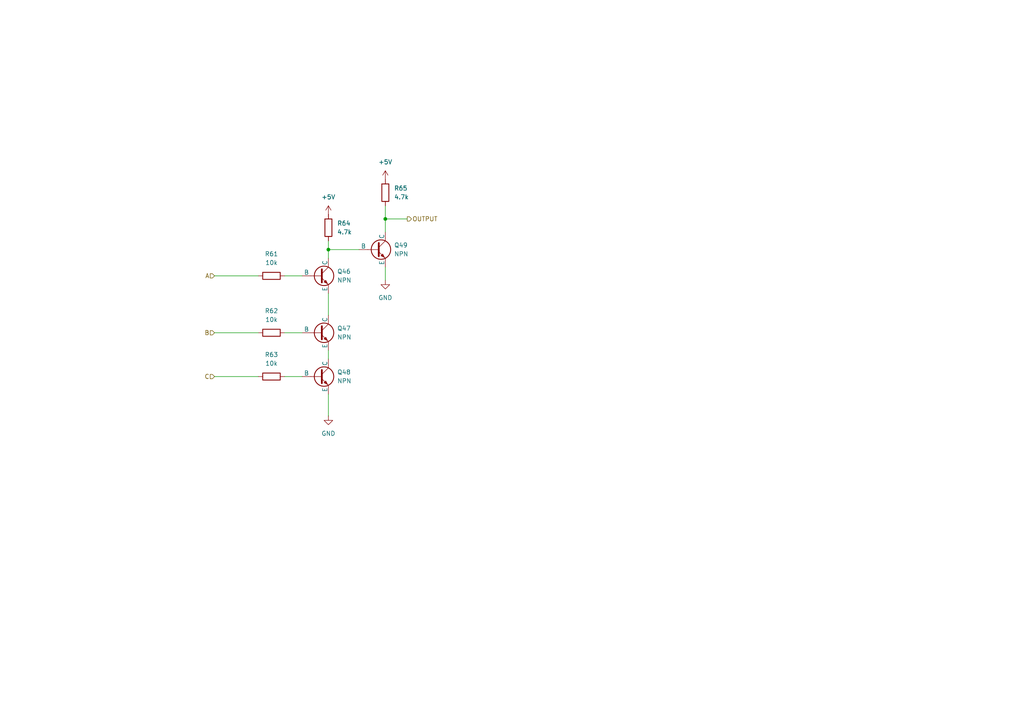
<source format=kicad_sch>
(kicad_sch (version 20231120) (generator "eeschema") (generator_version "8.0")
  (paper "A4")
  (lib_symbols
    (symbol "Device:R" (pin_numbers hide) (pin_names (offset 0))
      (property "Reference" "R" (at 2.032 0 90))
      (property "Value" "R" (at 0 0 90))
      (symbol "R_0_1"
        (rectangle (start -1.016 -2.54) (end 1.016 2.54) (stroke (width 0.254)))
      )
      (symbol "R_1_1"
        (pin passive line (at 0 3.81 270) (length 1.27) (name "~") (number "1"))
        (pin passive line (at 0 -3.81 90) (length 1.27) (name "~") (number "2"))
      )
    )
    (symbol "Simulation_SPICE:NPN" (pin_numbers hide) (pin_names (offset 0))
      (property "Reference" "Q" (at -2.54 7.62 0))
      (property "Value" "NPN" (at -2.54 5.08 0))
      (symbol "NPN_0_1"
        (polyline (pts (xy -2.54 0) (xy 0.635 0)) (stroke (width 0.1524)))
        (polyline (pts (xy 0.635 0.635) (xy 2.54 2.54)))
        (polyline (pts (xy 2.794 -1.27) (xy 2.794 -1.27)) (stroke (width 0.1524)))
        (polyline (pts (xy 2.794 -1.27) (xy 2.794 -1.27)) (stroke (width 0.1524)))
        (polyline (pts (xy 0.635 -0.635) (xy 2.54 -2.54) (xy 2.54 -2.54)))
        (polyline (pts (xy 0.635 1.905) (xy 0.635 -1.905) (xy 0.635 -1.905)) (stroke (width 0.508)))
        (polyline (pts (xy 1.27 -1.778) (xy 1.778 -1.27) (xy 2.286 -2.286) (xy 1.27 -1.778) (xy 1.27 -1.778)) (fill (type outline)))
        (circle (center 1.27 0) (radius 2.8194) (stroke (width 0.254)))
      )
      (symbol "NPN_1_1"
        (pin open_collector line (at 2.54 5.08 270) (length 2.54) (name "C") (number "1"))
        (pin input line (at -5.08 0 0) (length 2.54) (name "B") (number "2"))
        (pin open_emitter line (at 2.54 -5.08 90) (length 2.54) (name "E") (number "3"))
      )
    )
    (symbol "power:+5V" (power) (pin_numbers hide) (pin_names (offset 0) hide)
      (property "Value" "+5V" (at 0 3.556 0))
      (symbol "+5V_0_1"
        (polyline (pts (xy -0.762 1.27) (xy 0 2.54)))
        (polyline (pts (xy 0 0) (xy 0 2.54)))
        (polyline (pts (xy 0 2.54) (xy 0.762 1.27)))
      )
      (symbol "+5V_1_1"
        (pin power_in line (at 0 0 90) (length 0) (name "~") (number "1"))
      )
    )
    (symbol "power:GND" (power) (pin_numbers hide) (pin_names (offset 0) hide)
      (property "Value" "GND" (at 0 -3.81 0))
      (symbol "GND_0_1"
        (polyline (pts (xy 0 0) (xy 0 -1.27) (xy 1.27 -1.27) (xy 0 -2.54) (xy -1.27 -1.27) (xy 0 -1.27)))
      )
      (symbol "GND_1_1"
        (pin power_in line (at 0 0 270) (length 0) (name "~") (number "1"))
      )
    )
  )
  (junction (at 111.76 63.5))
  (junction (at 95.25 72.39))
  (wire (pts (xy 62.23 80.01) (xy 74.93 80.01)))
  (wire (pts (xy 111.76 59.69) (xy 111.76 63.5)))
  (wire (pts (xy 111.76 63.5) (xy 118.11 63.5)))
  (wire (pts (xy 95.25 72.39) (xy 104.14 72.39)))
  (wire (pts (xy 95.25 85.09) (xy 95.25 91.44)))
  (wire (pts (xy 95.25 69.85) (xy 95.25 72.39)))
  (wire (pts (xy 95.25 114.3) (xy 95.25 120.65)))
  (wire (pts (xy 95.25 72.39) (xy 95.25 74.93)))
  (wire (pts (xy 111.76 77.47) (xy 111.76 81.28)))
  (wire (pts (xy 82.55 80.01) (xy 87.63 80.01)))
  (wire (pts (xy 62.23 109.22) (xy 74.93 109.22)))
  (wire (pts (xy 111.76 63.5) (xy 111.76 67.31)))
  (wire (pts (xy 95.25 101.6) (xy 95.25 104.14)))
  (wire (pts (xy 82.55 109.22) (xy 87.63 109.22)))
  (wire (pts (xy 82.55 96.52) (xy 87.63 96.52)))
  (wire (pts (xy 62.23 96.52) (xy 74.93 96.52)))
  (hierarchical_label "B" (shape input) (at 62.23 96.52 180))
  (hierarchical_label "C" (shape input) (at 62.23 109.22 180))
  (hierarchical_label "A" (shape input) (at 62.23 80.01 180))
  (hierarchical_label "OUTPUT" (shape output) (at 118.11 63.5 0))
  (symbol (lib_id "Simulation_SPICE:NPN") (at 109.22 72.39 0) (unit 1)
    (property "Reference" "Q49" (at 114.3 71.1199 0) (effects (justify left)))
    (property "Value" "NPN" (at 114.3 73.6599 0) (effects (justify left)))
    (property "Footprint" "SOT-23-3_L2.9-W1.6-P1.90-LS2.8-BR:SOT-23-3_L2.9-W1.6-P1.90-LS2.8-BR" (effects (hide yes)))
    (property "Datasheet" "https://ngspice.sourceforge.io/docs/ngspice-html-manual/manual.xhtml#cha_BJTs" (effects (hide yes)))
    (property "Description" "Bipolar transistor symbol for simulation only, substrate tied to the emitter" (effects (hide yes)))
    (property "Sim.Device" "NPN" (effects (hide yes)))
    (property "Sim.Type" "GUMMELPOON" (effects (hide yes)))
    (property "Sim.Pins" "1=C 2=B 3=E" (effects (hide yes)))
    (instances (project "control-unit" (path "" (reference "Q49") (unit 1)) (path "" (reference "Q19") (unit 1)) (path "" (reference "Q7") (unit 1)) (path "" (reference "Q11") (unit 1)) (path "" (reference "Q27") (unit 1)) (path "" (reference "Q45") (unit 1)) (path "" (reference "Q37") (unit 1)) (path "" (reference "Q15") (unit 1)) (path "" (reference "Q41") (unit 1)) (path "" (reference "Q67") (unit 1))))
  )
  (symbol (lib_id "power:GND") (at 111.76 81.28 0) (unit 1)
    (property "Reference" "#PWR063" (effects (hide yes)))
    (property "Value" "GND" (at 111.76 86.36 0))
    (property "Description" "Power symbol creates a global label with name \"GND\" , ground" (effects (hide yes)))
    (instances (project "control-unit" (path "" (reference "#PWR063") (unit 1)) (path "" (reference "#PWR024") (unit 1)) (path "" (reference "#PWR012") (unit 1)) (path "" (reference "#PWR016") (unit 1)) (path "" (reference "#PWR036") (unit 1)) (path "" (reference "#PWR059") (unit 1)) (path "" (reference "#PWR051") (unit 1)) (path "" (reference "#PWR020") (unit 1)) (path "" (reference "#PWR055") (unit 1)) (path "" (reference "#PWR079") (unit 1))))
  )
  (symbol (lib_id "Device:R") (at 78.74 109.22 90) (unit 1)
    (property "Reference" "R63" (at 78.74 102.87 90))
    (property "Value" "10k" (at 78.74 105.41 90))
    (property "Footprint" "R0603:R0603" (effects (hide yes)))
    (property "Description" "Resistor" (effects (hide yes)))
    (instances (project "control-unit" (path "" (reference "R63") (unit 1)) (path "" (reference "R22") (unit 1)) (path "" (reference "R7") (unit 1)) (path "" (reference "R12") (unit 1)) (path "" (reference "R35") (unit 1)) (path "" (reference "R58") (unit 1)) (path "" (reference "R48") (unit 1)) (path "" (reference "R17") (unit 1)) (path "" (reference "R53") (unit 1)) (path "" (reference "R85") (unit 1))))
  )
  (symbol (lib_id "power:GND") (at 95.25 120.65 0) (unit 1)
    (property "Reference" "#PWR061" (effects (hide yes)))
    (property "Value" "GND" (at 95.25 125.73 0))
    (property "Description" "Power symbol creates a global label with name \"GND\" , ground" (effects (hide yes)))
    (instances (project "control-unit" (path "" (reference "#PWR061") (unit 1)) (path "" (reference "#PWR022") (unit 1)) (path "" (reference "#PWR010") (unit 1)) (path "" (reference "#PWR014") (unit 1)) (path "" (reference "#PWR034") (unit 1)) (path "" (reference "#PWR057") (unit 1)) (path "" (reference "#PWR049") (unit 1)) (path "" (reference "#PWR018") (unit 1)) (path "" (reference "#PWR053") (unit 1)) (path "" (reference "#PWR077") (unit 1))))
  )
  (symbol (lib_id "Device:R") (at 78.74 96.52 90) (unit 1)
    (property "Reference" "R62" (at 78.74 90.17 90))
    (property "Value" "10k" (at 78.74 92.71 90))
    (property "Footprint" "R0603:R0603" (effects (hide yes)))
    (property "Description" "Resistor" (effects (hide yes)))
    (instances (project "control-unit" (path "" (reference "R62") (unit 1)) (path "" (reference "R21") (unit 1)) (path "" (reference "R6") (unit 1)) (path "" (reference "R11") (unit 1)) (path "" (reference "R34") (unit 1)) (path "" (reference "R57") (unit 1)) (path "" (reference "R47") (unit 1)) (path "" (reference "R16") (unit 1)) (path "" (reference "R52") (unit 1)) (path "" (reference "R84") (unit 1))))
  )
  (symbol (lib_id "Device:R") (at 111.76 55.88 180) (unit 1)
    (property "Reference" "R65" (at 114.3 54.6099 0) (effects (justify right)))
    (property "Value" "4.7k" (at 114.3 57.1499 0) (effects (justify right)))
    (property "Footprint" "R0603:R0603" (effects (hide yes)))
    (property "Description" "Resistor" (effects (hide yes)))
    (instances (project "control-unit" (path "" (reference "R65") (unit 1)) (path "" (reference "R24") (unit 1)) (path "" (reference "R9") (unit 1)) (path "" (reference "R14") (unit 1)) (path "" (reference "R37") (unit 1)) (path "" (reference "R60") (unit 1)) (path "" (reference "R50") (unit 1)) (path "" (reference "R19") (unit 1)) (path "" (reference "R55") (unit 1)) (path "" (reference "R87") (unit 1))))
  )
  (symbol (lib_id "Device:R") (at 78.74 80.01 90) (unit 1)
    (property "Reference" "R61" (at 78.74 73.66 90))
    (property "Value" "10k" (at 78.74 76.2 90))
    (property "Footprint" "R0603:R0603" (effects (hide yes)))
    (property "Description" "Resistor" (effects (hide yes)))
    (instances (project "control-unit" (path "" (reference "R61") (unit 1)) (path "" (reference "R20") (unit 1)) (path "" (reference "R5") (unit 1)) (path "" (reference "R10") (unit 1)) (path "" (reference "R33") (unit 1)) (path "" (reference "R56") (unit 1)) (path "" (reference "R46") (unit 1)) (path "" (reference "R15") (unit 1)) (path "" (reference "R51") (unit 1)) (path "" (reference "R83") (unit 1))))
  )
  (symbol (lib_id "Device:R") (at 95.25 66.04 180) (unit 1)
    (property "Reference" "R64" (at 97.79 64.7699 0) (effects (justify right)))
    (property "Value" "4.7k" (at 97.79 67.3099 0) (effects (justify right)))
    (property "Footprint" "R0603:R0603" (effects (hide yes)))
    (property "Description" "Resistor" (effects (hide yes)))
    (instances (project "control-unit" (path "" (reference "R64") (unit 1)) (path "" (reference "R23") (unit 1)) (path "" (reference "R8") (unit 1)) (path "" (reference "R13") (unit 1)) (path "" (reference "R36") (unit 1)) (path "" (reference "R59") (unit 1)) (path "" (reference "R49") (unit 1)) (path "" (reference "R18") (unit 1)) (path "" (reference "R54") (unit 1)) (path "" (reference "R86") (unit 1))))
  )
  (symbol (lib_id "power:+5V") (at 111.76 52.07 0) (unit 1)
    (property "Reference" "#PWR062" (effects (hide yes)))
    (property "Value" "+5V" (at 111.76 46.99 0))
    (property "Description" "Power symbol creates a global label with name \"+5V\"" (effects (hide yes)))
    (instances (project "control-unit" (path "" (reference "#PWR062") (unit 1)) (path "" (reference "#PWR023") (unit 1)) (path "" (reference "#PWR011") (unit 1)) (path "" (reference "#PWR015") (unit 1)) (path "" (reference "#PWR035") (unit 1)) (path "" (reference "#PWR058") (unit 1)) (path "" (reference "#PWR050") (unit 1)) (path "" (reference "#PWR019") (unit 1)) (path "" (reference "#PWR054") (unit 1)) (path "" (reference "#PWR078") (unit 1))))
  )
  (symbol (lib_id "Simulation_SPICE:NPN") (at 92.71 80.01 0) (unit 1)
    (property "Reference" "Q46" (at 97.79 78.7399 0) (effects (justify left)))
    (property "Value" "NPN" (at 97.79 81.2799 0) (effects (justify left)))
    (property "Footprint" "SOT-23-3_L2.9-W1.6-P1.90-LS2.8-BR:SOT-23-3_L2.9-W1.6-P1.90-LS2.8-BR" (effects (hide yes)))
    (property "Datasheet" "https://ngspice.sourceforge.io/docs/ngspice-html-manual/manual.xhtml#cha_BJTs" (effects (hide yes)))
    (property "Description" "Bipolar transistor symbol for simulation only, substrate tied to the emitter" (effects (hide yes)))
    (property "Sim.Device" "NPN" (effects (hide yes)))
    (property "Sim.Type" "GUMMELPOON" (effects (hide yes)))
    (property "Sim.Pins" "1=C 2=B 3=E" (effects (hide yes)))
    (instances (project "control-unit" (path "" (reference "Q46") (unit 1)) (path "" (reference "Q16") (unit 1)) (path "" (reference "Q4") (unit 1)) (path "" (reference "Q8") (unit 1)) (path "" (reference "Q24") (unit 1)) (path "" (reference "Q42") (unit 1)) (path "" (reference "Q34") (unit 1)) (path "" (reference "Q12") (unit 1)) (path "" (reference "Q38") (unit 1)) (path "" (reference "Q64") (unit 1))))
  )
  (symbol (lib_id "Simulation_SPICE:NPN") (at 92.71 109.22 0) (unit 1)
    (property "Reference" "Q48" (at 97.79 107.9499 0) (effects (justify left)))
    (property "Value" "NPN" (at 97.79 110.4899 0) (effects (justify left)))
    (property "Footprint" "SOT-23-3_L2.9-W1.6-P1.90-LS2.8-BR:SOT-23-3_L2.9-W1.6-P1.90-LS2.8-BR" (effects (hide yes)))
    (property "Datasheet" "https://ngspice.sourceforge.io/docs/ngspice-html-manual/manual.xhtml#cha_BJTs" (effects (hide yes)))
    (property "Description" "Bipolar transistor symbol for simulation only, substrate tied to the emitter" (effects (hide yes)))
    (property "Sim.Device" "NPN" (effects (hide yes)))
    (property "Sim.Type" "GUMMELPOON" (effects (hide yes)))
    (property "Sim.Pins" "1=C 2=B 3=E" (effects (hide yes)))
    (instances (project "control-unit" (path "" (reference "Q48") (unit 1)) (path "" (reference "Q18") (unit 1)) (path "" (reference "Q6") (unit 1)) (path "" (reference "Q10") (unit 1)) (path "" (reference "Q26") (unit 1)) (path "" (reference "Q44") (unit 1)) (path "" (reference "Q36") (unit 1)) (path "" (reference "Q14") (unit 1)) (path "" (reference "Q40") (unit 1)) (path "" (reference "Q66") (unit 1))))
  )
  (symbol (lib_id "Simulation_SPICE:NPN") (at 92.71 96.52 0) (unit 1)
    (property "Reference" "Q47" (at 97.79 95.2499 0) (effects (justify left)))
    (property "Value" "NPN" (at 97.79 97.7899 0) (effects (justify left)))
    (property "Footprint" "SOT-23-3_L2.9-W1.6-P1.90-LS2.8-BR:SOT-23-3_L2.9-W1.6-P1.90-LS2.8-BR" (effects (hide yes)))
    (property "Datasheet" "https://ngspice.sourceforge.io/docs/ngspice-html-manual/manual.xhtml#cha_BJTs" (effects (hide yes)))
    (property "Description" "Bipolar transistor symbol for simulation only, substrate tied to the emitter" (effects (hide yes)))
    (property "Sim.Device" "NPN" (effects (hide yes)))
    (property "Sim.Type" "GUMMELPOON" (effects (hide yes)))
    (property "Sim.Pins" "1=C 2=B 3=E" (effects (hide yes)))
    (instances (project "control-unit" (path "" (reference "Q47") (unit 1)) (path "" (reference "Q17") (unit 1)) (path "" (reference "Q5") (unit 1)) (path "" (reference "Q9") (unit 1)) (path "" (reference "Q25") (unit 1)) (path "" (reference "Q43") (unit 1)) (path "" (reference "Q35") (unit 1)) (path "" (reference "Q13") (unit 1)) (path "" (reference "Q39") (unit 1)) (path "" (reference "Q65") (unit 1))))
  )
  (symbol (lib_id "power:+5V") (at 95.25 62.23 0) (unit 1)
    (property "Reference" "#PWR060" (effects (hide yes)))
    (property "Value" "+5V" (at 95.25 57.15 0))
    (property "Description" "Power symbol creates a global label with name \"+5V\"" (effects (hide yes)))
    (instances (project "control-unit" (path "" (reference "#PWR060") (unit 1)) (path "" (reference "#PWR021") (unit 1)) (path "" (reference "#PWR09") (unit 1)) (path "" (reference "#PWR013") (unit 1)) (path "" (reference "#PWR033") (unit 1)) (path "" (reference "#PWR056") (unit 1)) (path "" (reference "#PWR048") (unit 1)) (path "" (reference "#PWR017") (unit 1)) (path "" (reference "#PWR052") (unit 1)) (path "" (reference "#PWR076") (unit 1))))
  )
)
</source>
